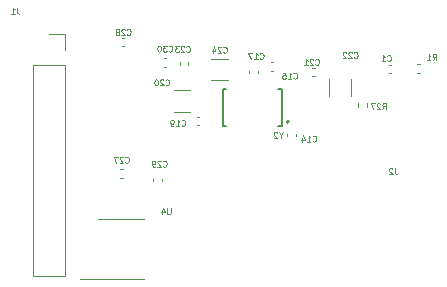
<source format=gbr>
%TF.GenerationSoftware,KiCad,Pcbnew,8.0.4*%
%TF.CreationDate,2024-09-17T19:17:59+01:00*%
%TF.ProjectId,ADE_Aux_V4,4144455f-4175-4785-9f56-342e6b696361,rev?*%
%TF.SameCoordinates,Original*%
%TF.FileFunction,Legend,Bot*%
%TF.FilePolarity,Positive*%
%FSLAX46Y46*%
G04 Gerber Fmt 4.6, Leading zero omitted, Abs format (unit mm)*
G04 Created by KiCad (PCBNEW 8.0.4) date 2024-09-17 19:17:59*
%MOMM*%
%LPD*%
G01*
G04 APERTURE LIST*
%ADD10C,0.100000*%
%ADD11C,0.120000*%
%ADD12C,0.127000*%
%ADD13C,0.200000*%
G04 APERTURE END LIST*
D10*
X3115428Y33755909D02*
X3139237Y33732100D01*
X3139237Y33732100D02*
X3210666Y33708290D01*
X3210666Y33708290D02*
X3258285Y33708290D01*
X3258285Y33708290D02*
X3329713Y33732100D01*
X3329713Y33732100D02*
X3377332Y33779719D01*
X3377332Y33779719D02*
X3401142Y33827338D01*
X3401142Y33827338D02*
X3424951Y33922576D01*
X3424951Y33922576D02*
X3424951Y33994004D01*
X3424951Y33994004D02*
X3401142Y34089242D01*
X3401142Y34089242D02*
X3377332Y34136861D01*
X3377332Y34136861D02*
X3329713Y34184480D01*
X3329713Y34184480D02*
X3258285Y34208290D01*
X3258285Y34208290D02*
X3210666Y34208290D01*
X3210666Y34208290D02*
X3139237Y34184480D01*
X3139237Y34184480D02*
X3115428Y34160671D01*
X2924951Y34160671D02*
X2901142Y34184480D01*
X2901142Y34184480D02*
X2853523Y34208290D01*
X2853523Y34208290D02*
X2734475Y34208290D01*
X2734475Y34208290D02*
X2686856Y34184480D01*
X2686856Y34184480D02*
X2663047Y34160671D01*
X2663047Y34160671D02*
X2639237Y34113052D01*
X2639237Y34113052D02*
X2639237Y34065433D01*
X2639237Y34065433D02*
X2663047Y33994004D01*
X2663047Y33994004D02*
X2948761Y33708290D01*
X2948761Y33708290D02*
X2639237Y33708290D01*
X2329714Y34208290D02*
X2282095Y34208290D01*
X2282095Y34208290D02*
X2234476Y34184480D01*
X2234476Y34184480D02*
X2210666Y34160671D01*
X2210666Y34160671D02*
X2186857Y34113052D01*
X2186857Y34113052D02*
X2163047Y34017814D01*
X2163047Y34017814D02*
X2163047Y33898766D01*
X2163047Y33898766D02*
X2186857Y33803528D01*
X2186857Y33803528D02*
X2210666Y33755909D01*
X2210666Y33755909D02*
X2234476Y33732100D01*
X2234476Y33732100D02*
X2282095Y33708290D01*
X2282095Y33708290D02*
X2329714Y33708290D01*
X2329714Y33708290D02*
X2377333Y33732100D01*
X2377333Y33732100D02*
X2401142Y33755909D01*
X2401142Y33755909D02*
X2424952Y33803528D01*
X2424952Y33803528D02*
X2448761Y33898766D01*
X2448761Y33898766D02*
X2448761Y34017814D01*
X2448761Y34017814D02*
X2424952Y34113052D01*
X2424952Y34113052D02*
X2401142Y34160671D01*
X2401142Y34160671D02*
X2377333Y34184480D01*
X2377333Y34184480D02*
X2329714Y34208290D01*
X12861894Y29475985D02*
X12861894Y29237890D01*
X13028560Y29737890D02*
X12861894Y29475985D01*
X12861894Y29475985D02*
X12695227Y29737890D01*
X12552370Y29690271D02*
X12528561Y29714080D01*
X12528561Y29714080D02*
X12480942Y29737890D01*
X12480942Y29737890D02*
X12361894Y29737890D01*
X12361894Y29737890D02*
X12314275Y29714080D01*
X12314275Y29714080D02*
X12290466Y29690271D01*
X12290466Y29690271D02*
X12266656Y29642652D01*
X12266656Y29642652D02*
X12266656Y29595033D01*
X12266656Y29595033D02*
X12290466Y29523604D01*
X12290466Y29523604D02*
X12576180Y29237890D01*
X12576180Y29237890D02*
X12266656Y29237890D01*
X-9459933Y40278890D02*
X-9459933Y39921747D01*
X-9459933Y39921747D02*
X-9436124Y39850319D01*
X-9436124Y39850319D02*
X-9388505Y39802700D01*
X-9388505Y39802700D02*
X-9317076Y39778890D01*
X-9317076Y39778890D02*
X-9269457Y39778890D01*
X-9959933Y39778890D02*
X-9674219Y39778890D01*
X-9817076Y39778890D02*
X-9817076Y40278890D01*
X-9817076Y40278890D02*
X-9769457Y40207461D01*
X-9769457Y40207461D02*
X-9721838Y40159842D01*
X-9721838Y40159842D02*
X-9674219Y40136033D01*
X-161171Y38023109D02*
X-137362Y37999300D01*
X-137362Y37999300D02*
X-65933Y37975490D01*
X-65933Y37975490D02*
X-18314Y37975490D01*
X-18314Y37975490D02*
X53113Y37999300D01*
X53113Y37999300D02*
X100732Y38046919D01*
X100732Y38046919D02*
X124542Y38094538D01*
X124542Y38094538D02*
X148351Y38189776D01*
X148351Y38189776D02*
X148351Y38261204D01*
X148351Y38261204D02*
X124542Y38356442D01*
X124542Y38356442D02*
X100732Y38404061D01*
X100732Y38404061D02*
X53113Y38451680D01*
X53113Y38451680D02*
X-18314Y38475490D01*
X-18314Y38475490D02*
X-65933Y38475490D01*
X-65933Y38475490D02*
X-137362Y38451680D01*
X-137362Y38451680D02*
X-161171Y38427871D01*
X-351648Y38427871D02*
X-375457Y38451680D01*
X-375457Y38451680D02*
X-423076Y38475490D01*
X-423076Y38475490D02*
X-542124Y38475490D01*
X-542124Y38475490D02*
X-589743Y38451680D01*
X-589743Y38451680D02*
X-613552Y38427871D01*
X-613552Y38427871D02*
X-637362Y38380252D01*
X-637362Y38380252D02*
X-637362Y38332633D01*
X-637362Y38332633D02*
X-613552Y38261204D01*
X-613552Y38261204D02*
X-327838Y37975490D01*
X-327838Y37975490D02*
X-637362Y37975490D01*
X-923076Y38261204D02*
X-875457Y38285014D01*
X-875457Y38285014D02*
X-851647Y38308823D01*
X-851647Y38308823D02*
X-827838Y38356442D01*
X-827838Y38356442D02*
X-827838Y38380252D01*
X-827838Y38380252D02*
X-851647Y38427871D01*
X-851647Y38427871D02*
X-875457Y38451680D01*
X-875457Y38451680D02*
X-923076Y38475490D01*
X-923076Y38475490D02*
X-1018314Y38475490D01*
X-1018314Y38475490D02*
X-1065933Y38451680D01*
X-1065933Y38451680D02*
X-1089742Y38427871D01*
X-1089742Y38427871D02*
X-1113552Y38380252D01*
X-1113552Y38380252D02*
X-1113552Y38356442D01*
X-1113552Y38356442D02*
X-1089742Y38308823D01*
X-1089742Y38308823D02*
X-1065933Y38285014D01*
X-1065933Y38285014D02*
X-1018314Y38261204D01*
X-1018314Y38261204D02*
X-923076Y38261204D01*
X-923076Y38261204D02*
X-875457Y38237395D01*
X-875457Y38237395D02*
X-851647Y38213585D01*
X-851647Y38213585D02*
X-827838Y38165966D01*
X-827838Y38165966D02*
X-827838Y38070728D01*
X-827838Y38070728D02*
X-851647Y38023109D01*
X-851647Y38023109D02*
X-875457Y37999300D01*
X-875457Y37999300D02*
X-923076Y37975490D01*
X-923076Y37975490D02*
X-1018314Y37975490D01*
X-1018314Y37975490D02*
X-1065933Y37999300D01*
X-1065933Y37999300D02*
X-1089742Y38023109D01*
X-1089742Y38023109D02*
X-1113552Y38070728D01*
X-1113552Y38070728D02*
X-1113552Y38165966D01*
X-1113552Y38165966D02*
X-1089742Y38213585D01*
X-1089742Y38213585D02*
X-1065933Y38237395D01*
X-1065933Y38237395D02*
X-1018314Y38261204D01*
X3372028Y36617709D02*
X3395837Y36593900D01*
X3395837Y36593900D02*
X3467266Y36570090D01*
X3467266Y36570090D02*
X3514885Y36570090D01*
X3514885Y36570090D02*
X3586313Y36593900D01*
X3586313Y36593900D02*
X3633932Y36641519D01*
X3633932Y36641519D02*
X3657742Y36689138D01*
X3657742Y36689138D02*
X3681551Y36784376D01*
X3681551Y36784376D02*
X3681551Y36855804D01*
X3681551Y36855804D02*
X3657742Y36951042D01*
X3657742Y36951042D02*
X3633932Y36998661D01*
X3633932Y36998661D02*
X3586313Y37046280D01*
X3586313Y37046280D02*
X3514885Y37070090D01*
X3514885Y37070090D02*
X3467266Y37070090D01*
X3467266Y37070090D02*
X3395837Y37046280D01*
X3395837Y37046280D02*
X3372028Y37022471D01*
X3205361Y37070090D02*
X2895837Y37070090D01*
X2895837Y37070090D02*
X3062504Y36879614D01*
X3062504Y36879614D02*
X2991075Y36879614D01*
X2991075Y36879614D02*
X2943456Y36855804D01*
X2943456Y36855804D02*
X2919647Y36831995D01*
X2919647Y36831995D02*
X2895837Y36784376D01*
X2895837Y36784376D02*
X2895837Y36665328D01*
X2895837Y36665328D02*
X2919647Y36617709D01*
X2919647Y36617709D02*
X2943456Y36593900D01*
X2943456Y36593900D02*
X2991075Y36570090D01*
X2991075Y36570090D02*
X3133932Y36570090D01*
X3133932Y36570090D02*
X3181551Y36593900D01*
X3181551Y36593900D02*
X3205361Y36617709D01*
X2586314Y37070090D02*
X2538695Y37070090D01*
X2538695Y37070090D02*
X2491076Y37046280D01*
X2491076Y37046280D02*
X2467266Y37022471D01*
X2467266Y37022471D02*
X2443457Y36974852D01*
X2443457Y36974852D02*
X2419647Y36879614D01*
X2419647Y36879614D02*
X2419647Y36760566D01*
X2419647Y36760566D02*
X2443457Y36665328D01*
X2443457Y36665328D02*
X2467266Y36617709D01*
X2467266Y36617709D02*
X2491076Y36593900D01*
X2491076Y36593900D02*
X2538695Y36570090D01*
X2538695Y36570090D02*
X2586314Y36570090D01*
X2586314Y36570090D02*
X2633933Y36593900D01*
X2633933Y36593900D02*
X2657742Y36617709D01*
X2657742Y36617709D02*
X2681552Y36665328D01*
X2681552Y36665328D02*
X2705361Y36760566D01*
X2705361Y36760566D02*
X2705361Y36879614D01*
X2705361Y36879614D02*
X2681552Y36974852D01*
X2681552Y36974852D02*
X2657742Y37022471D01*
X2657742Y37022471D02*
X2633933Y37046280D01*
X2633933Y37046280D02*
X2586314Y37070090D01*
X4868028Y36575309D02*
X4891837Y36551500D01*
X4891837Y36551500D02*
X4963266Y36527690D01*
X4963266Y36527690D02*
X5010885Y36527690D01*
X5010885Y36527690D02*
X5082313Y36551500D01*
X5082313Y36551500D02*
X5129932Y36599119D01*
X5129932Y36599119D02*
X5153742Y36646738D01*
X5153742Y36646738D02*
X5177551Y36741976D01*
X5177551Y36741976D02*
X5177551Y36813404D01*
X5177551Y36813404D02*
X5153742Y36908642D01*
X5153742Y36908642D02*
X5129932Y36956261D01*
X5129932Y36956261D02*
X5082313Y37003880D01*
X5082313Y37003880D02*
X5010885Y37027690D01*
X5010885Y37027690D02*
X4963266Y37027690D01*
X4963266Y37027690D02*
X4891837Y37003880D01*
X4891837Y37003880D02*
X4868028Y36980071D01*
X4677551Y36980071D02*
X4653742Y37003880D01*
X4653742Y37003880D02*
X4606123Y37027690D01*
X4606123Y37027690D02*
X4487075Y37027690D01*
X4487075Y37027690D02*
X4439456Y37003880D01*
X4439456Y37003880D02*
X4415647Y36980071D01*
X4415647Y36980071D02*
X4391837Y36932452D01*
X4391837Y36932452D02*
X4391837Y36884833D01*
X4391837Y36884833D02*
X4415647Y36813404D01*
X4415647Y36813404D02*
X4701361Y36527690D01*
X4701361Y36527690D02*
X4391837Y36527690D01*
X4225171Y37027690D02*
X3915647Y37027690D01*
X3915647Y37027690D02*
X4082314Y36837214D01*
X4082314Y36837214D02*
X4010885Y36837214D01*
X4010885Y36837214D02*
X3963266Y36813404D01*
X3963266Y36813404D02*
X3939457Y36789595D01*
X3939457Y36789595D02*
X3915647Y36741976D01*
X3915647Y36741976D02*
X3915647Y36622928D01*
X3915647Y36622928D02*
X3939457Y36575309D01*
X3939457Y36575309D02*
X3963266Y36551500D01*
X3963266Y36551500D02*
X4010885Y36527690D01*
X4010885Y36527690D02*
X4153742Y36527690D01*
X4153742Y36527690D02*
X4201361Y36551500D01*
X4201361Y36551500D02*
X4225171Y36575309D01*
X13935828Y34314709D02*
X13959637Y34290900D01*
X13959637Y34290900D02*
X14031066Y34267090D01*
X14031066Y34267090D02*
X14078685Y34267090D01*
X14078685Y34267090D02*
X14150113Y34290900D01*
X14150113Y34290900D02*
X14197732Y34338519D01*
X14197732Y34338519D02*
X14221542Y34386138D01*
X14221542Y34386138D02*
X14245351Y34481376D01*
X14245351Y34481376D02*
X14245351Y34552804D01*
X14245351Y34552804D02*
X14221542Y34648042D01*
X14221542Y34648042D02*
X14197732Y34695661D01*
X14197732Y34695661D02*
X14150113Y34743280D01*
X14150113Y34743280D02*
X14078685Y34767090D01*
X14078685Y34767090D02*
X14031066Y34767090D01*
X14031066Y34767090D02*
X13959637Y34743280D01*
X13959637Y34743280D02*
X13935828Y34719471D01*
X13459637Y34267090D02*
X13745351Y34267090D01*
X13602494Y34267090D02*
X13602494Y34767090D01*
X13602494Y34767090D02*
X13650113Y34695661D01*
X13650113Y34695661D02*
X13697732Y34648042D01*
X13697732Y34648042D02*
X13745351Y34624233D01*
X13007257Y34767090D02*
X13245352Y34767090D01*
X13245352Y34767090D02*
X13269161Y34528995D01*
X13269161Y34528995D02*
X13245352Y34552804D01*
X13245352Y34552804D02*
X13197733Y34576614D01*
X13197733Y34576614D02*
X13078685Y34576614D01*
X13078685Y34576614D02*
X13031066Y34552804D01*
X13031066Y34552804D02*
X13007257Y34528995D01*
X13007257Y34528995D02*
X12983447Y34481376D01*
X12983447Y34481376D02*
X12983447Y34362328D01*
X12983447Y34362328D02*
X13007257Y34314709D01*
X13007257Y34314709D02*
X13031066Y34290900D01*
X13031066Y34290900D02*
X13078685Y34267090D01*
X13078685Y34267090D02*
X13197733Y34267090D01*
X13197733Y34267090D02*
X13245352Y34290900D01*
X13245352Y34290900D02*
X13269161Y34314709D01*
X25711933Y35841890D02*
X25878599Y36079985D01*
X25997647Y35841890D02*
X25997647Y36341890D01*
X25997647Y36341890D02*
X25807171Y36341890D01*
X25807171Y36341890D02*
X25759552Y36318080D01*
X25759552Y36318080D02*
X25735742Y36294271D01*
X25735742Y36294271D02*
X25711933Y36246652D01*
X25711933Y36246652D02*
X25711933Y36175223D01*
X25711933Y36175223D02*
X25735742Y36127604D01*
X25735742Y36127604D02*
X25759552Y36103795D01*
X25759552Y36103795D02*
X25807171Y36079985D01*
X25807171Y36079985D02*
X25997647Y36079985D01*
X25235742Y35841890D02*
X25521456Y35841890D01*
X25378599Y35841890D02*
X25378599Y36341890D01*
X25378599Y36341890D02*
X25426218Y36270461D01*
X25426218Y36270461D02*
X25473837Y36222842D01*
X25473837Y36222842D02*
X25521456Y36199033D01*
X19066628Y36067309D02*
X19090437Y36043500D01*
X19090437Y36043500D02*
X19161866Y36019690D01*
X19161866Y36019690D02*
X19209485Y36019690D01*
X19209485Y36019690D02*
X19280913Y36043500D01*
X19280913Y36043500D02*
X19328532Y36091119D01*
X19328532Y36091119D02*
X19352342Y36138738D01*
X19352342Y36138738D02*
X19376151Y36233976D01*
X19376151Y36233976D02*
X19376151Y36305404D01*
X19376151Y36305404D02*
X19352342Y36400642D01*
X19352342Y36400642D02*
X19328532Y36448261D01*
X19328532Y36448261D02*
X19280913Y36495880D01*
X19280913Y36495880D02*
X19209485Y36519690D01*
X19209485Y36519690D02*
X19161866Y36519690D01*
X19161866Y36519690D02*
X19090437Y36495880D01*
X19090437Y36495880D02*
X19066628Y36472071D01*
X18876151Y36472071D02*
X18852342Y36495880D01*
X18852342Y36495880D02*
X18804723Y36519690D01*
X18804723Y36519690D02*
X18685675Y36519690D01*
X18685675Y36519690D02*
X18638056Y36495880D01*
X18638056Y36495880D02*
X18614247Y36472071D01*
X18614247Y36472071D02*
X18590437Y36424452D01*
X18590437Y36424452D02*
X18590437Y36376833D01*
X18590437Y36376833D02*
X18614247Y36305404D01*
X18614247Y36305404D02*
X18899961Y36019690D01*
X18899961Y36019690D02*
X18590437Y36019690D01*
X18399961Y36472071D02*
X18376152Y36495880D01*
X18376152Y36495880D02*
X18328533Y36519690D01*
X18328533Y36519690D02*
X18209485Y36519690D01*
X18209485Y36519690D02*
X18161866Y36495880D01*
X18161866Y36495880D02*
X18138057Y36472071D01*
X18138057Y36472071D02*
X18114247Y36424452D01*
X18114247Y36424452D02*
X18114247Y36376833D01*
X18114247Y36376833D02*
X18138057Y36305404D01*
X18138057Y36305404D02*
X18423771Y36019690D01*
X18423771Y36019690D02*
X18114247Y36019690D01*
X-310971Y27219709D02*
X-287162Y27195900D01*
X-287162Y27195900D02*
X-215733Y27172090D01*
X-215733Y27172090D02*
X-168114Y27172090D01*
X-168114Y27172090D02*
X-96686Y27195900D01*
X-96686Y27195900D02*
X-49067Y27243519D01*
X-49067Y27243519D02*
X-25257Y27291138D01*
X-25257Y27291138D02*
X-1448Y27386376D01*
X-1448Y27386376D02*
X-1448Y27457804D01*
X-1448Y27457804D02*
X-25257Y27553042D01*
X-25257Y27553042D02*
X-49067Y27600661D01*
X-49067Y27600661D02*
X-96686Y27648280D01*
X-96686Y27648280D02*
X-168114Y27672090D01*
X-168114Y27672090D02*
X-215733Y27672090D01*
X-215733Y27672090D02*
X-287162Y27648280D01*
X-287162Y27648280D02*
X-310971Y27624471D01*
X-501448Y27624471D02*
X-525257Y27648280D01*
X-525257Y27648280D02*
X-572876Y27672090D01*
X-572876Y27672090D02*
X-691924Y27672090D01*
X-691924Y27672090D02*
X-739543Y27648280D01*
X-739543Y27648280D02*
X-763352Y27624471D01*
X-763352Y27624471D02*
X-787162Y27576852D01*
X-787162Y27576852D02*
X-787162Y27529233D01*
X-787162Y27529233D02*
X-763352Y27457804D01*
X-763352Y27457804D02*
X-477638Y27172090D01*
X-477638Y27172090D02*
X-787162Y27172090D01*
X-953828Y27672090D02*
X-1287161Y27672090D01*
X-1287161Y27672090D02*
X-1072876Y27172090D01*
X21876533Y35813309D02*
X21900342Y35789500D01*
X21900342Y35789500D02*
X21971771Y35765690D01*
X21971771Y35765690D02*
X22019390Y35765690D01*
X22019390Y35765690D02*
X22090818Y35789500D01*
X22090818Y35789500D02*
X22138437Y35837119D01*
X22138437Y35837119D02*
X22162247Y35884738D01*
X22162247Y35884738D02*
X22186056Y35979976D01*
X22186056Y35979976D02*
X22186056Y36051404D01*
X22186056Y36051404D02*
X22162247Y36146642D01*
X22162247Y36146642D02*
X22138437Y36194261D01*
X22138437Y36194261D02*
X22090818Y36241880D01*
X22090818Y36241880D02*
X22019390Y36265690D01*
X22019390Y36265690D02*
X21971771Y36265690D01*
X21971771Y36265690D02*
X21900342Y36241880D01*
X21900342Y36241880D02*
X21876533Y36218071D01*
X21400342Y35765690D02*
X21686056Y35765690D01*
X21543199Y35765690D02*
X21543199Y36265690D01*
X21543199Y36265690D02*
X21590818Y36194261D01*
X21590818Y36194261D02*
X21638437Y36146642D01*
X21638437Y36146642D02*
X21686056Y36122833D01*
X22518666Y26689890D02*
X22518666Y26332747D01*
X22518666Y26332747D02*
X22542475Y26261319D01*
X22542475Y26261319D02*
X22590094Y26213700D01*
X22590094Y26213700D02*
X22661523Y26189890D01*
X22661523Y26189890D02*
X22709142Y26189890D01*
X22304380Y26642271D02*
X22280571Y26666080D01*
X22280571Y26666080D02*
X22232952Y26689890D01*
X22232952Y26689890D02*
X22113904Y26689890D01*
X22113904Y26689890D02*
X22066285Y26666080D01*
X22066285Y26666080D02*
X22042476Y26642271D01*
X22042476Y26642271D02*
X22018666Y26594652D01*
X22018666Y26594652D02*
X22018666Y26547033D01*
X22018666Y26547033D02*
X22042476Y26475604D01*
X22042476Y26475604D02*
X22328190Y26189890D01*
X22328190Y26189890D02*
X22018666Y26189890D01*
X11091028Y35991109D02*
X11114837Y35967300D01*
X11114837Y35967300D02*
X11186266Y35943490D01*
X11186266Y35943490D02*
X11233885Y35943490D01*
X11233885Y35943490D02*
X11305313Y35967300D01*
X11305313Y35967300D02*
X11352932Y36014919D01*
X11352932Y36014919D02*
X11376742Y36062538D01*
X11376742Y36062538D02*
X11400551Y36157776D01*
X11400551Y36157776D02*
X11400551Y36229204D01*
X11400551Y36229204D02*
X11376742Y36324442D01*
X11376742Y36324442D02*
X11352932Y36372061D01*
X11352932Y36372061D02*
X11305313Y36419680D01*
X11305313Y36419680D02*
X11233885Y36443490D01*
X11233885Y36443490D02*
X11186266Y36443490D01*
X11186266Y36443490D02*
X11114837Y36419680D01*
X11114837Y36419680D02*
X11091028Y36395871D01*
X10614837Y35943490D02*
X10900551Y35943490D01*
X10757694Y35943490D02*
X10757694Y36443490D01*
X10757694Y36443490D02*
X10805313Y36372061D01*
X10805313Y36372061D02*
X10852932Y36324442D01*
X10852932Y36324442D02*
X10900551Y36300633D01*
X10448171Y36443490D02*
X10114838Y36443490D01*
X10114838Y36443490D02*
X10329123Y35943490D01*
X15546428Y28996509D02*
X15570237Y28972700D01*
X15570237Y28972700D02*
X15641666Y28948890D01*
X15641666Y28948890D02*
X15689285Y28948890D01*
X15689285Y28948890D02*
X15760713Y28972700D01*
X15760713Y28972700D02*
X15808332Y29020319D01*
X15808332Y29020319D02*
X15832142Y29067938D01*
X15832142Y29067938D02*
X15855951Y29163176D01*
X15855951Y29163176D02*
X15855951Y29234604D01*
X15855951Y29234604D02*
X15832142Y29329842D01*
X15832142Y29329842D02*
X15808332Y29377461D01*
X15808332Y29377461D02*
X15760713Y29425080D01*
X15760713Y29425080D02*
X15689285Y29448890D01*
X15689285Y29448890D02*
X15641666Y29448890D01*
X15641666Y29448890D02*
X15570237Y29425080D01*
X15570237Y29425080D02*
X15546428Y29401271D01*
X15070237Y28948890D02*
X15355951Y28948890D01*
X15213094Y28948890D02*
X15213094Y29448890D01*
X15213094Y29448890D02*
X15260713Y29377461D01*
X15260713Y29377461D02*
X15308332Y29329842D01*
X15308332Y29329842D02*
X15355951Y29306033D01*
X14641666Y29282223D02*
X14641666Y28948890D01*
X14760714Y29472700D02*
X14879761Y29115557D01*
X14879761Y29115557D02*
X14570238Y29115557D01*
X21454228Y31676290D02*
X21620894Y31914385D01*
X21739942Y31676290D02*
X21739942Y32176290D01*
X21739942Y32176290D02*
X21549466Y32176290D01*
X21549466Y32176290D02*
X21501847Y32152480D01*
X21501847Y32152480D02*
X21478037Y32128671D01*
X21478037Y32128671D02*
X21454228Y32081052D01*
X21454228Y32081052D02*
X21454228Y32009623D01*
X21454228Y32009623D02*
X21478037Y31962004D01*
X21478037Y31962004D02*
X21501847Y31938195D01*
X21501847Y31938195D02*
X21549466Y31914385D01*
X21549466Y31914385D02*
X21739942Y31914385D01*
X21263751Y32128671D02*
X21239942Y32152480D01*
X21239942Y32152480D02*
X21192323Y32176290D01*
X21192323Y32176290D02*
X21073275Y32176290D01*
X21073275Y32176290D02*
X21025656Y32152480D01*
X21025656Y32152480D02*
X21001847Y32128671D01*
X21001847Y32128671D02*
X20978037Y32081052D01*
X20978037Y32081052D02*
X20978037Y32033433D01*
X20978037Y32033433D02*
X21001847Y31962004D01*
X21001847Y31962004D02*
X21287561Y31676290D01*
X21287561Y31676290D02*
X20978037Y31676290D01*
X20811371Y32176290D02*
X20478038Y32176290D01*
X20478038Y32176290D02*
X20692323Y31676290D01*
X2886828Y26872509D02*
X2910637Y26848700D01*
X2910637Y26848700D02*
X2982066Y26824890D01*
X2982066Y26824890D02*
X3029685Y26824890D01*
X3029685Y26824890D02*
X3101113Y26848700D01*
X3101113Y26848700D02*
X3148732Y26896319D01*
X3148732Y26896319D02*
X3172542Y26943938D01*
X3172542Y26943938D02*
X3196351Y27039176D01*
X3196351Y27039176D02*
X3196351Y27110604D01*
X3196351Y27110604D02*
X3172542Y27205842D01*
X3172542Y27205842D02*
X3148732Y27253461D01*
X3148732Y27253461D02*
X3101113Y27301080D01*
X3101113Y27301080D02*
X3029685Y27324890D01*
X3029685Y27324890D02*
X2982066Y27324890D01*
X2982066Y27324890D02*
X2910637Y27301080D01*
X2910637Y27301080D02*
X2886828Y27277271D01*
X2696351Y27277271D02*
X2672542Y27301080D01*
X2672542Y27301080D02*
X2624923Y27324890D01*
X2624923Y27324890D02*
X2505875Y27324890D01*
X2505875Y27324890D02*
X2458256Y27301080D01*
X2458256Y27301080D02*
X2434447Y27277271D01*
X2434447Y27277271D02*
X2410637Y27229652D01*
X2410637Y27229652D02*
X2410637Y27182033D01*
X2410637Y27182033D02*
X2434447Y27110604D01*
X2434447Y27110604D02*
X2720161Y26824890D01*
X2720161Y26824890D02*
X2410637Y26824890D01*
X2172542Y26824890D02*
X2077304Y26824890D01*
X2077304Y26824890D02*
X2029685Y26848700D01*
X2029685Y26848700D02*
X2005876Y26872509D01*
X2005876Y26872509D02*
X1958257Y26943938D01*
X1958257Y26943938D02*
X1934447Y27039176D01*
X1934447Y27039176D02*
X1934447Y27229652D01*
X1934447Y27229652D02*
X1958257Y27277271D01*
X1958257Y27277271D02*
X1982066Y27301080D01*
X1982066Y27301080D02*
X2029685Y27324890D01*
X2029685Y27324890D02*
X2124923Y27324890D01*
X2124923Y27324890D02*
X2172542Y27301080D01*
X2172542Y27301080D02*
X2196352Y27277271D01*
X2196352Y27277271D02*
X2220161Y27229652D01*
X2220161Y27229652D02*
X2220161Y27110604D01*
X2220161Y27110604D02*
X2196352Y27062985D01*
X2196352Y27062985D02*
X2172542Y27039176D01*
X2172542Y27039176D02*
X2124923Y27015366D01*
X2124923Y27015366D02*
X2029685Y27015366D01*
X2029685Y27015366D02*
X1982066Y27039176D01*
X1982066Y27039176D02*
X1958257Y27062985D01*
X1958257Y27062985D02*
X1934447Y27110604D01*
X4461628Y30326909D02*
X4485437Y30303100D01*
X4485437Y30303100D02*
X4556866Y30279290D01*
X4556866Y30279290D02*
X4604485Y30279290D01*
X4604485Y30279290D02*
X4675913Y30303100D01*
X4675913Y30303100D02*
X4723532Y30350719D01*
X4723532Y30350719D02*
X4747342Y30398338D01*
X4747342Y30398338D02*
X4771151Y30493576D01*
X4771151Y30493576D02*
X4771151Y30565004D01*
X4771151Y30565004D02*
X4747342Y30660242D01*
X4747342Y30660242D02*
X4723532Y30707861D01*
X4723532Y30707861D02*
X4675913Y30755480D01*
X4675913Y30755480D02*
X4604485Y30779290D01*
X4604485Y30779290D02*
X4556866Y30779290D01*
X4556866Y30779290D02*
X4485437Y30755480D01*
X4485437Y30755480D02*
X4461628Y30731671D01*
X3985437Y30279290D02*
X4271151Y30279290D01*
X4128294Y30279290D02*
X4128294Y30779290D01*
X4128294Y30779290D02*
X4175913Y30707861D01*
X4175913Y30707861D02*
X4223532Y30660242D01*
X4223532Y30660242D02*
X4271151Y30636433D01*
X3747342Y30279290D02*
X3652104Y30279290D01*
X3652104Y30279290D02*
X3604485Y30303100D01*
X3604485Y30303100D02*
X3580676Y30326909D01*
X3580676Y30326909D02*
X3533057Y30398338D01*
X3533057Y30398338D02*
X3509247Y30493576D01*
X3509247Y30493576D02*
X3509247Y30684052D01*
X3509247Y30684052D02*
X3533057Y30731671D01*
X3533057Y30731671D02*
X3556866Y30755480D01*
X3556866Y30755480D02*
X3604485Y30779290D01*
X3604485Y30779290D02*
X3699723Y30779290D01*
X3699723Y30779290D02*
X3747342Y30755480D01*
X3747342Y30755480D02*
X3771152Y30731671D01*
X3771152Y30731671D02*
X3794961Y30684052D01*
X3794961Y30684052D02*
X3794961Y30565004D01*
X3794961Y30565004D02*
X3771152Y30517385D01*
X3771152Y30517385D02*
X3747342Y30493576D01*
X3747342Y30493576D02*
X3699723Y30469766D01*
X3699723Y30469766D02*
X3604485Y30469766D01*
X3604485Y30469766D02*
X3556866Y30493576D01*
X3556866Y30493576D02*
X3533057Y30517385D01*
X3533057Y30517385D02*
X3509247Y30565004D01*
X3530552Y23286290D02*
X3530552Y22881528D01*
X3530552Y22881528D02*
X3506742Y22833909D01*
X3506742Y22833909D02*
X3482933Y22810100D01*
X3482933Y22810100D02*
X3435314Y22786290D01*
X3435314Y22786290D02*
X3340076Y22786290D01*
X3340076Y22786290D02*
X3292457Y22810100D01*
X3292457Y22810100D02*
X3268647Y22833909D01*
X3268647Y22833909D02*
X3244838Y22881528D01*
X3244838Y22881528D02*
X3244838Y23286290D01*
X2792456Y23119623D02*
X2792456Y22786290D01*
X2911504Y23310100D02*
X3030551Y22952957D01*
X3030551Y22952957D02*
X2721028Y22952957D01*
X7992228Y36524509D02*
X8016037Y36500700D01*
X8016037Y36500700D02*
X8087466Y36476890D01*
X8087466Y36476890D02*
X8135085Y36476890D01*
X8135085Y36476890D02*
X8206513Y36500700D01*
X8206513Y36500700D02*
X8254132Y36548319D01*
X8254132Y36548319D02*
X8277942Y36595938D01*
X8277942Y36595938D02*
X8301751Y36691176D01*
X8301751Y36691176D02*
X8301751Y36762604D01*
X8301751Y36762604D02*
X8277942Y36857842D01*
X8277942Y36857842D02*
X8254132Y36905461D01*
X8254132Y36905461D02*
X8206513Y36953080D01*
X8206513Y36953080D02*
X8135085Y36976890D01*
X8135085Y36976890D02*
X8087466Y36976890D01*
X8087466Y36976890D02*
X8016037Y36953080D01*
X8016037Y36953080D02*
X7992228Y36929271D01*
X7801751Y36929271D02*
X7777942Y36953080D01*
X7777942Y36953080D02*
X7730323Y36976890D01*
X7730323Y36976890D02*
X7611275Y36976890D01*
X7611275Y36976890D02*
X7563656Y36953080D01*
X7563656Y36953080D02*
X7539847Y36929271D01*
X7539847Y36929271D02*
X7516037Y36881652D01*
X7516037Y36881652D02*
X7516037Y36834033D01*
X7516037Y36834033D02*
X7539847Y36762604D01*
X7539847Y36762604D02*
X7825561Y36476890D01*
X7825561Y36476890D02*
X7516037Y36476890D01*
X7087466Y36810223D02*
X7087466Y36476890D01*
X7206514Y37000700D02*
X7325561Y36643557D01*
X7325561Y36643557D02*
X7016038Y36643557D01*
X15790028Y35483109D02*
X15813837Y35459300D01*
X15813837Y35459300D02*
X15885266Y35435490D01*
X15885266Y35435490D02*
X15932885Y35435490D01*
X15932885Y35435490D02*
X16004313Y35459300D01*
X16004313Y35459300D02*
X16051932Y35506919D01*
X16051932Y35506919D02*
X16075742Y35554538D01*
X16075742Y35554538D02*
X16099551Y35649776D01*
X16099551Y35649776D02*
X16099551Y35721204D01*
X16099551Y35721204D02*
X16075742Y35816442D01*
X16075742Y35816442D02*
X16051932Y35864061D01*
X16051932Y35864061D02*
X16004313Y35911680D01*
X16004313Y35911680D02*
X15932885Y35935490D01*
X15932885Y35935490D02*
X15885266Y35935490D01*
X15885266Y35935490D02*
X15813837Y35911680D01*
X15813837Y35911680D02*
X15790028Y35887871D01*
X15599551Y35887871D02*
X15575742Y35911680D01*
X15575742Y35911680D02*
X15528123Y35935490D01*
X15528123Y35935490D02*
X15409075Y35935490D01*
X15409075Y35935490D02*
X15361456Y35911680D01*
X15361456Y35911680D02*
X15337647Y35887871D01*
X15337647Y35887871D02*
X15313837Y35840252D01*
X15313837Y35840252D02*
X15313837Y35792633D01*
X15313837Y35792633D02*
X15337647Y35721204D01*
X15337647Y35721204D02*
X15623361Y35435490D01*
X15623361Y35435490D02*
X15313837Y35435490D01*
X14837647Y35435490D02*
X15123361Y35435490D01*
X14980504Y35435490D02*
X14980504Y35935490D01*
X14980504Y35935490D02*
X15028123Y35864061D01*
X15028123Y35864061D02*
X15075742Y35816442D01*
X15075742Y35816442D02*
X15123361Y35792633D01*
D11*
%TO.C,C20*%
X5211252Y33285000D02*
X3788748Y33285000D01*
X5211252Y31465000D02*
X3788748Y31465000D01*
D12*
%TO.C,Y2*%
X12661500Y33425000D02*
X12937500Y33425000D01*
X7937500Y33425000D02*
X8213500Y33425000D01*
X7937500Y30225000D02*
X8213500Y30225000D01*
X7937500Y33425000D02*
X7937500Y30225000D01*
X12937500Y30225000D02*
X12937500Y33425000D01*
X12661500Y30225000D02*
X12937500Y30225000D01*
D13*
X13537500Y30625000D02*
G75*
G02*
X13337500Y30625000I-100000J0D01*
G01*
X13337500Y30625000D02*
G75*
G02*
X13537500Y30625000I100000J0D01*
G01*
D11*
%TO.C,J15*%
X-5420200Y35422980D02*
X-5420200Y17582980D01*
X-8080200Y35422980D02*
X-8080200Y17582980D01*
X-5420200Y17582980D02*
X-8080200Y17582980D01*
X-5420200Y35422980D02*
X-8080200Y35422980D01*
X-5420200Y36692980D02*
X-5420200Y38022980D01*
X-5420200Y38022980D02*
X-6750200Y38022980D01*
%TO.C,C28*%
X-400164Y37028800D02*
X-615836Y37028800D01*
X-400164Y37748800D02*
X-615836Y37748800D01*
%TO.C,C30*%
X3158436Y35996200D02*
X2942764Y35996200D01*
X3158436Y35276200D02*
X2942764Y35276200D01*
%TO.C,C23*%
X4288200Y35426764D02*
X4288200Y35642436D01*
X5008200Y35426764D02*
X5008200Y35642436D01*
%TO.C,C15*%
X12010564Y34946000D02*
X12226236Y34946000D01*
X12010564Y35666000D02*
X12226236Y35666000D01*
%TO.C,R1*%
X24357359Y34748200D02*
X24664641Y34748200D01*
X24357359Y35508200D02*
X24664641Y35508200D01*
%TO.C,C22*%
X18766200Y34239252D02*
X18766200Y32816748D01*
X16946200Y34239252D02*
X16946200Y32816748D01*
%TO.C,C27*%
X-524564Y26598200D02*
X-740236Y26598200D01*
X-524564Y25878200D02*
X-740236Y25878200D01*
%TO.C,C1*%
X22231236Y34742800D02*
X22015564Y34742800D01*
X22231236Y35462800D02*
X22015564Y35462800D01*
%TO.C,C17*%
X10181000Y34931236D02*
X10181000Y34715564D01*
X10901000Y34931236D02*
X10901000Y34715564D01*
%TO.C,C14*%
X14135000Y29607836D02*
X14135000Y29392164D01*
X13415000Y29607836D02*
X13415000Y29392164D01*
%TO.C,R27*%
X19432000Y32183041D02*
X19432000Y31875759D01*
X20192000Y32183041D02*
X20192000Y31875759D01*
%TO.C,C29*%
X2078400Y25787236D02*
X2078400Y25571564D01*
X2798400Y25787236D02*
X2798400Y25571564D01*
%TO.C,C19*%
X5949836Y30323200D02*
X5734164Y30323200D01*
X5949836Y31043200D02*
X5734164Y31043200D01*
%TO.C,U4*%
X-660000Y17270000D02*
X1290000Y17270000D01*
X-660000Y17270000D02*
X-4110000Y17270000D01*
X-660000Y22390000D02*
X-2610000Y22390000D01*
X-660000Y22390000D02*
X1290000Y22390000D01*
%TO.C,C24*%
X6959548Y35936600D02*
X8382052Y35936600D01*
X6959548Y34116600D02*
X8382052Y34116600D01*
%TO.C,C21*%
X15754236Y34463400D02*
X15538564Y34463400D01*
X15754236Y35183400D02*
X15538564Y35183400D01*
%TD*%
M02*

</source>
